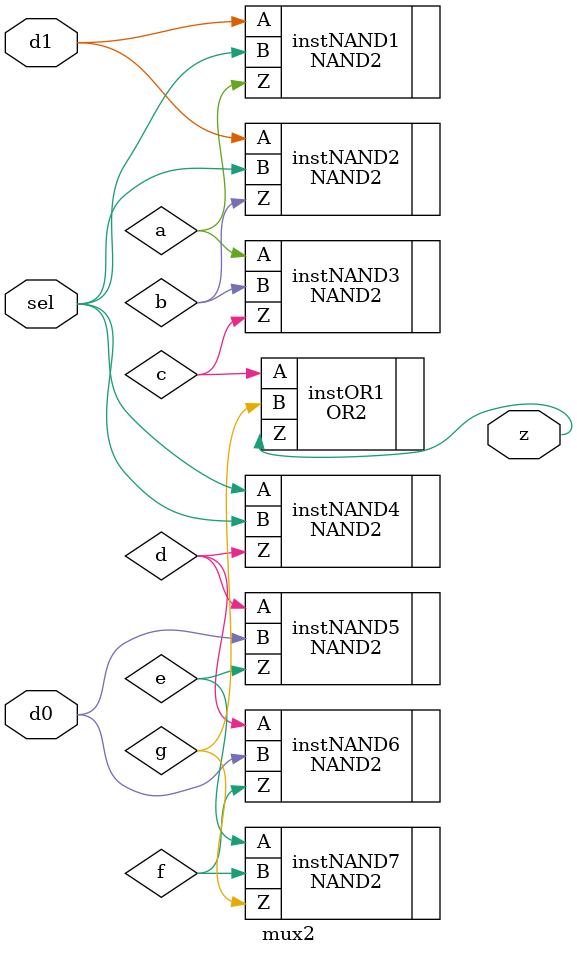
<source format=sv>
module mux2 (
    input logic d0,          // Data input 0
    input logic d1,          // Data input 1
    input logic sel,         // Select input
    output logic z           // Output
);

logic a;
logic b;
logic c;
logic d;
logic e;
logic f;
logic g;

NAND2#(.Tpdlh(10), .Tpdhl(10)) instNAND1 (.Z(a), .A(d1), .B(sel));
NAND2#(.Tpdlh(10), .Tpdhl(10)) instNAND2 (.Z(b), .A(d1), .B(sel));
NAND2#(.Tpdlh(10), .Tpdhl(10)) instNAND3 (.Z(c), .A(a), .B(b));
NAND2#(.Tpdlh(10), .Tpdhl(10)) instNAND4 (.Z(d), .A(sel), .B(sel));
NAND2#(.Tpdlh(10), .Tpdhl(10)) instNAND5 (.Z(e), .A(d), .B(d0));
NAND2#(.Tpdlh(10), .Tpdhl(10)) instNAND6 (.Z(f), .A(d), .B(d0));
NAND2#(.Tpdlh(10), .Tpdhl(10)) instNAND7 (.Z(g), .A(e), .B(f));
OR2#(.Tpdlh(7), .Tpdhl(7)) instOR1 (.Z(z), .A(c), .B(g));
endmodule

</source>
